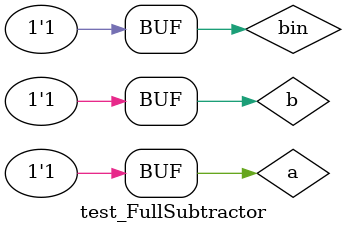
<source format=v>
`timescale 1ns / 1ps

module test_FullSubtractor();

    reg a,b,bin;
    wire diff,bout;
    
    FullSubtractor FS1(a,b,bin,diff,bout);
    
    initial begin
        a=0; b=0; bin=0;
        #10 a=0; b=0; bin=1;
        #10 a=0; b=1; bin=0;
        #10 a=0; b=1; bin=1;
        #10 a=1; b=0; bin=0;
        #10 a=1; b=0; bin=1;
        #10 a=1; b=1; bin=0;
        #10 a=1; b=1; bin=1;
    end

endmodule

</source>
